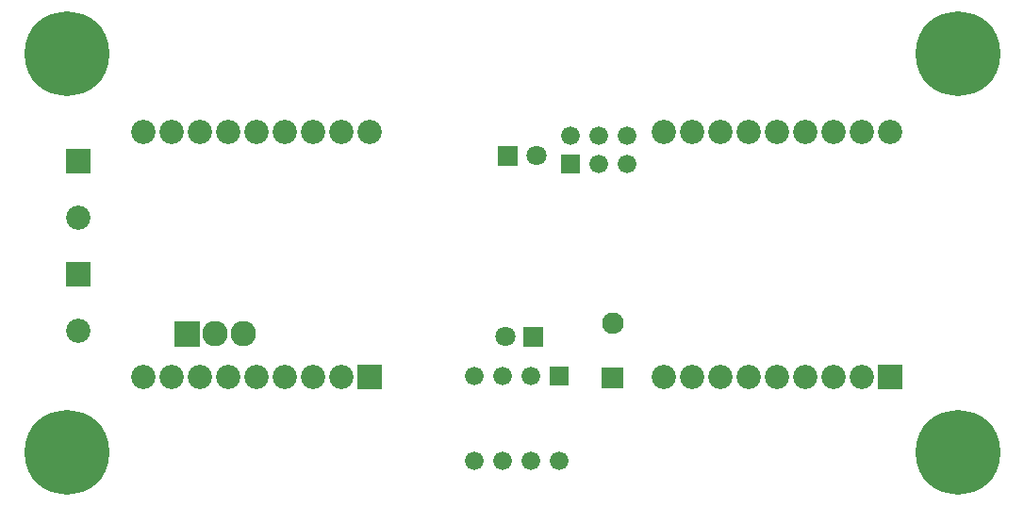
<source format=gbr>
G04 start of page 7 for group -4062 idx -4062 *
G04 Title: (unknown), soldermask *
G04 Creator: pcb 20110918 *
G04 CreationDate: Tue 05 Feb 2013 03:16:39 AM GMT UTC *
G04 For: railfan *
G04 Format: Gerber/RS-274X *
G04 PCB-Dimensions: 350000 175000 *
G04 PCB-Coordinate-Origin: lower left *
%MOIN*%
%FSLAX25Y25*%
%LNBOTTOMMASK*%
%ADD78C,0.0710*%
%ADD77C,0.0660*%
%ADD76C,0.0760*%
%ADD75C,0.0900*%
%ADD74C,0.0860*%
%ADD73C,0.0001*%
%ADD72C,0.2997*%
G54D72*X17000Y17000D03*
Y158000D03*
G54D73*G36*
X16700Y124300D02*Y115700D01*
X25300D01*
Y124300D01*
X16700D01*
G37*
G54D74*X21000Y100000D03*
G54D73*G36*
X16700Y84300D02*Y75700D01*
X25300D01*
Y84300D01*
X16700D01*
G37*
G54D74*X21000Y60000D03*
G54D75*X79500Y59000D03*
X69500D03*
G54D73*G36*
X55000Y63500D02*Y54500D01*
X64000D01*
Y63500D01*
X55000D01*
G37*
G54D74*X74000Y43700D03*
Y130300D03*
X64000D03*
X54000D03*
X44000D03*
X64000Y43700D03*
X54000D03*
X44000D03*
G54D72*X332000Y17000D03*
G54D73*G36*
X303700Y48000D02*Y39400D01*
X312300D01*
Y48000D01*
X303700D01*
G37*
G54D74*X298000Y43700D03*
X288000D03*
X278000D03*
X268000D03*
X258000D03*
G54D72*X332000Y158000D03*
G54D74*X308000Y130300D03*
X298000D03*
X288000D03*
X278000D03*
X268000D03*
X258000D03*
X248000Y43700D03*
X238000D03*
X228000D03*
G54D73*G36*
X206200Y47194D02*Y39594D01*
X213800D01*
Y47194D01*
X206200D01*
G37*
G54D76*X210000Y62606D03*
G54D73*G36*
X187700Y47300D02*Y40700D01*
X194300D01*
Y47300D01*
X187700D01*
G37*
G54D77*X181000Y44000D03*
X171000D03*
X161000D03*
G54D73*G36*
X178450Y61550D02*Y54450D01*
X185550D01*
Y61550D01*
X178450D01*
G37*
G54D78*X172000Y58000D03*
G54D77*X161000Y14000D03*
X171000D03*
X181000D03*
X191000D03*
G54D73*G36*
X119700Y48000D02*Y39400D01*
X128300D01*
Y48000D01*
X119700D01*
G37*
G54D74*X114000Y43700D03*
X104000D03*
X94000D03*
X84000D03*
X248000Y130300D03*
X238000D03*
X228000D03*
G54D77*X205000Y119000D03*
X215000D03*
X205000Y129000D03*
X215000D03*
G54D73*G36*
X169450Y125550D02*Y118450D01*
X176550D01*
Y125550D01*
X169450D01*
G37*
G54D78*X183000Y122000D03*
G54D73*G36*
X191700Y122300D02*Y115700D01*
X198300D01*
Y122300D01*
X191700D01*
G37*
G54D77*X195000Y129000D03*
G54D74*X124000Y130300D03*
X114000D03*
X104000D03*
X94000D03*
X84000D03*
M02*

</source>
